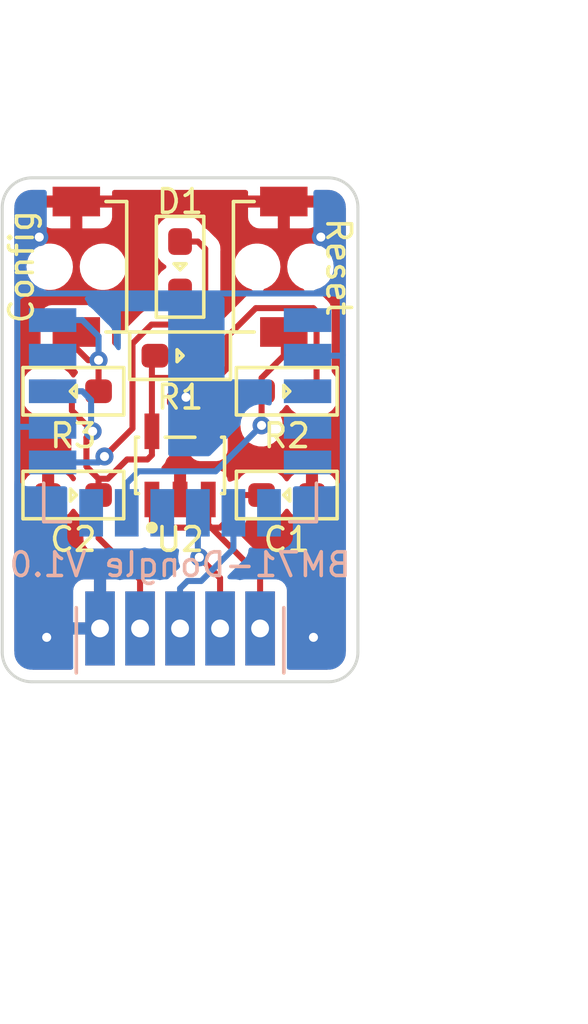
<source format=kicad_pcb>
(kicad_pcb (version 20211014) (generator pcbnew)
  (title_block (title "BM71-Dongle") (date "2022-11-08") (rev "V1.0") (company "https://github.com/KimiakiK"))
  (layers (0 "F.Cu" signal) (31 "B.Cu" signal) (34 "B.Paste" user) (35 "F.Paste" user) (36 "B.SilkS" user "B.Silkscreen") (37 "F.SilkS" user "F.Silkscreen") (38 "B.Mask" user) (39 "F.Mask" user) (44 "Edge.Cuts" user))
  (net 0 "")
  (net 1 "+5V")
  (net 2 "GND")
  (net 3 "+3.3V")
  (net 4 "LED")
  (net 5 "Net-(D1-Pad2)")
  (net 6 "BM71_TXD")
  (net 7 "BM71_RXD")
  (net 8 "RESET")
  (net 9 "CONFIG")
  (footprint "BM71-Dongle:SW_TVAF06" (layer "F.Cu") (at -3.5 -14 180)
    (fp_text reference "SW2" hide)
    (fp_text value "SW")
    (fp_line (start -1 2.2) (end -1.7 2.2) (layer "F.SilkS") (width 0.12))
    (fp_line (start -1.7 2.2) (end -1.7 -2.2) (layer "F.SilkS") (width 0.12))
    (fp_line (start -1.7 -2.2) (end -1 -2.2) (layer "F.SilkS") (width 0.12))
    (pad "" np_thru_hole circle (at 0.9 0 180) (size 0.75 0.75) (drill 0.75) (layers *.Cu *.Mask))
    (pad "" np_thru_hole circle (at -0.9 0 180) (size 0.75 0.75) (drill 0.75) (layers *.Cu *.Mask))
    (pad "1" smd rect (at 0 -2.2 180) (size 1.6 1) (layers "F.Cu" "F.Paste" "F.Mask") (net 9 "CONFIG"))
    (pad "2" smd rect (at 0 2.2 180) (size 1.6 1) (layers "F.Cu" "F.Paste" "F.Mask") (net 2 "GND"))
  )
  (footprint "BM71-Dongle:SOT-23-5" (layer "F.Cu") (at 0 -7.3 90)
    (fp_text reference "U2" (at -2.5 0 180) (layer "F.SilkS") (effects (font (size 0.8 0.8) (thickness 0.12))))
    (fp_text value "NJM12877F33")
    (fp_line (start 0.95 -0.5) (end 0.95 0.5) (layer "F.SilkS") (width 0.12))
    (fp_line (start -0.95 1.5) (end 0.95 1.5) (layer "F.SilkS") (width 0.12))
    (fp_line (start 0.95 -1.4) (end 0.95 -1.5) (layer "F.SilkS") (width 0.12))
    (fp_line (start -0.95 -1.5) (end -0.95 -1.4) (layer "F.SilkS") (width 0.12))
    (fp_line (start 0.95 1.5) (end 0.95 1.4) (layer "F.SilkS") (width 0.12))
    (fp_line (start -0.95 1.4) (end -0.95 1.5) (layer "F.SilkS") (width 0.12))
    (fp_line (start 0.95 -1.5) (end -0.95 -1.5) (layer "F.SilkS") (width 0.12))
    (fp_circle (center -2.1 -0.95) (end -2 -0.95) (layer "F.SilkS") (width 0.2) (fill none))
    (pad "1" smd rect (at -1.15 -0.95 90) (size 1.2 0.5) (layers "F.Cu" "F.Paste" "F.Mask") (net 1 "+5V"))
    (pad "2" smd rect (at -1.15 0 90) (size 1.2 0.5) (layers "F.Cu" "F.Paste" "F.Mask") (net 2 "GND"))
    (pad "3" smd rect (at -1.15 0.95 90) (size 1.2 0.5) (layers "F.Cu" "F.Paste" "F.Mask") (net 1 "+5V"))
    (pad "4" smd rect (at 1.15 0.95 90) (size 1.2 0.5) (layers "F.Cu" "F.Paste" "F.Mask"))
    (pad "5" smd rect (at 1.15 -0.95 90) (size 1.2 0.5) (layers "F.Cu" "F.Paste" "F.Mask") (net 3 "+3.3V"))
  )
  (footprint "BM71-Dongle:1608Metric" (layer "F.Cu") (at 3.6 -6.3)
    (fp_text reference "C1" (at 0 1.5) (layer "F.SilkS") (effects (font (size 0.8 0.8) (thickness 0.12))))
    (fp_text value "1uF")
    (fp_line (start -1.7 0.8) (end 1.7 0.8) (layer "F.SilkS") (width 0.12))
    (fp_line (start 0.1 -0.2) (end 0.1 0.2) (layer "F.SilkS") (width 0.12))
    (fp_line (start -1.7 -0.8) (end 1.7 -0.8) (layer "F.SilkS") (width 0.12))
    (fp_line (start 0.1 0.2) (end -0.1 0) (layer "F.SilkS") (width 0.12))
    (fp_line (start 1.7 -0.8) (end 1.7 0.8) (layer "F.SilkS") (width 0.12))
    (fp_line (start -0.1 0) (end 0.1 -0.2) (layer "F.SilkS") (width 0.12))
    (fp_line (start -1.7 -0.8) (end -1.7 0.8) (layer "F.SilkS") (width 0.12))
    (pad "1" smd roundrect (at -0.85 0) (size 0.9 0.8) (layers "F.Cu" "F.Paste" "F.Mask") (net 1 "+5V"))
    (pad "2" smd roundrect (at 0.85 0) (size 0.9 0.8) (layers "F.Cu" "F.Paste" "F.Mask") (net 2 "GND"))
  )
  (footprint "BM71-Dongle:1608Metric" (layer "F.Cu") (at 3.6 -9.8 180)
    (fp_text reference "R2" (at 0 -1.5) (layer "F.SilkS") (effects (font (size 0.8 0.8) (thickness 0.12))))
    (fp_text value "4k7")
    (fp_line (start 1.7 -0.8) (end 1.7 0.8) (layer "F.SilkS") (width 0.12))
    (fp_line (start -1.7 -0.8) (end 1.7 -0.8) (layer "F.SilkS") (width 0.12))
    (fp_line (start 0.1 -0.2) (end 0.1 0.2) (layer "F.SilkS") (width 0.12))
    (fp_line (start -1.7 0.8) (end 1.7 0.8) (layer "F.SilkS") (width 0.12))
    (fp_line (start -0.1 0) (end 0.1 -0.2) (layer "F.SilkS") (width 0.12))
    (fp_line (start -1.7 -0.8) (end -1.7 0.8) (layer "F.SilkS") (width 0.12))
    (fp_line (start 0.1 0.2) (end -0.1 0) (layer "F.SilkS") (width 0.12))
    (pad "1" smd roundrect (at -0.85 0 180) (size 0.9 0.8) (layers "F.Cu" "F.Paste" "F.Mask") (net 3 "+3.3V"))
    (pad "2" smd roundrect (at 0.85 0 180) (size 0.9 0.8) (layers "F.Cu" "F.Paste" "F.Mask") (net 8 "RESET"))
  )
  (footprint "BM71-Dongle:1608Metric" (layer "F.Cu") (at -3.6 -9.8)
    (fp_text reference "R3" (at 0 1.5) (layer "F.SilkS") (effects (font (size 0.8 0.8) (thickness 0.12))))
    (fp_text value "4k7")
    (fp_line (start 1.7 -0.8) (end 1.7 0.8) (layer "F.SilkS") (width 0.12))
    (fp_line (start 0.1 -0.2) (end 0.1 0.2) (layer "F.SilkS") (width 0.12))
    (fp_line (start -0.1 0) (end 0.1 -0.2) (layer "F.SilkS") (width 0.12))
    (fp_line (start 0.1 0.2) (end -0.1 0) (layer "F.SilkS") (width 0.12))
    (fp_line (start -1.7 -0.8) (end 1.7 -0.8) (layer "F.SilkS") (width 0.12))
    (fp_line (start -1.7 0.8) (end 1.7 0.8) (layer "F.SilkS") (width 0.12))
    (fp_line (start -1.7 -0.8) (end -1.7 0.8) (layer "F.SilkS") (width 0.12))
    (pad "1" smd roundrect (at -0.85 0) (size 0.9 0.8) (layers "F.Cu" "F.Paste" "F.Mask") (net 3 "+3.3V"))
    (pad "2" smd roundrect (at 0.85 0) (size 0.9 0.8) (layers "F.Cu" "F.Paste" "F.Mask") (net 9 "CONFIG"))
  )
  (footprint "BM71-Dongle:USB MicroB Male" (layer "F.Cu") (at 0 0 180)
    (fp_text reference "J1" hide)
    (fp_text value "USB_B_Micro")
    (fp_line (start -3.5 2.5) (end -3.5 0.3) (layer "B.SilkS") (width 0.12))
    (fp_line (start 3.5 2.5) (end 3.5 0.3) (layer "B.SilkS") (width 0.12))
    (fp_line (start 3.5 2.5) (end 3.5 0.3) (layer "F.SilkS") (width 0.12))
    (fp_line (start -3.5 2.5) (end -3.5 0.3) (layer "F.SilkS") (width 0.12))
    (pad "1" thru_hole rect (at -2.7 1.8 180) (size 1 2.5) (drill 0.6) (layers *.Cu *.Mask) (net 1 "+5V"))
    (pad "2" thru_hole rect (at -1.35 1.8 180) (size 1 2.5) (drill 0.6) (layers *.Cu *.Mask) (net 6 "BM71_TXD"))
    (pad "3" thru_hole rect (at 0 1.8 180) (size 1 2.5) (drill 0.6) (layers *.Cu *.Mask) (net 7 "BM71_RXD"))
    (pad "4" thru_hole rect (at 1.35 1.8 180) (size 1 2.5) (drill 0.6) (layers *.Cu *.Mask) (net 3 "+3.3V"))
    (pad "5" thru_hole rect (at 2.7 1.8 180) (size 1 2.5) (drill 0.6) (layers *.Cu *.Mask) (net 2 "GND"))
  )
  (footprint "BM71-Dongle:1608Metric" (layer "F.Cu") (at 0 -14 90)
    (fp_text reference "D1" (at 2.2 0 180) (layer "F.SilkS") (effects (font (size 0.8 0.8) (thickness 0.12))))
    (fp_text value "LED")
    (fp_line (start -1.7 -0.8) (end -1.7 0.8) (layer "F.SilkS") (width 0.12))
    (fp_line (start -1.7 0.8) (end 1.7 0.8) (layer "F.SilkS") (width 0.12))
    (fp_line (start -0.1 0) (end 0.1 -0.2) (layer "F.SilkS") (width 0.12))
    (fp_line (start 0.1 0.2) (end -0.1 0) (layer "F.SilkS") (width 0.12))
    (fp_line (start -1.7 -0.8) (end 1.7 -0.8) (layer "F.SilkS") (width 0.12))
    (fp_line (start 0.1 -0.2) (end 0.1 0.2) (layer "F.SilkS") (width 0.12))
    (fp_line (start 1.7 -0.8) (end 1.7 0.8) (layer "F.SilkS") (width 0.12))
    (pad "1" smd roundrect (at -0.85 0 90) (size 0.9 0.8) (layers "F.Cu" "F.Paste" "F.Mask") (net 4 "LED"))
    (pad "2" smd roundrect (at 0.85 0 90) (size 0.9 0.8) (layers "F.Cu" "F.Paste" "F.Mask") (net 5 "Net-(D1-Pad2)"))
  )
  (footprint "BM71-Dongle:1608Metric" (layer "F.Cu") (at -3.6 -6.3 180)
    (fp_text reference "C2" (at 0 -1.5) (layer "F.SilkS") (effects (font (size 0.8 0.8) (thickness 0.12))))
    (fp_text value "1uF")
    (fp_line (start -1.7 -0.8) (end -1.7 0.8) (layer "F.SilkS") (width 0.12))
    (fp_line (start -0.1 0) (end 0.1 -0.2) (layer "F.SilkS") (width 0.12))
    (fp_line (start 0.1 -0.2) (end 0.1 0.2) (layer "F.SilkS") (width 0.12))
    (fp_line (start 1.7 -0.8) (end 1.7 0.8) (layer "F.SilkS") (width 0.12))
    (fp_line (start 0.1 0.2) (end -0.1 0) (layer "F.SilkS") (width 0.12))
    (fp_line (start -1.7 0.8) (end 1.7 0.8) (layer "F.SilkS") (width 0.12))
    (fp_line (start -1.7 -0.8) (end 1.7 -0.8) (layer "F.SilkS") (width 0.12))
    (pad "1" smd roundrect (at -0.85 0 180) (size 0.9 0.8) (layers "F.Cu" "F.Paste" "F.Mask") (net 3 "+3.3V"))
    (pad "2" smd roundrect (at 0.85 0 180) (size 0.9 0.8) (layers "F.Cu" "F.Paste" "F.Mask") (net 2 "GND"))
  )
  (footprint "BM71-Dongle:1608Metric" (layer "F.Cu") (at 0 -11 180)
    (fp_text reference "R1" (at 0 -1.4) (layer "F.SilkS") (effects (font (size 0.8 0.8) (thickness 0.12))))
    (fp_text value "R")
    (fp_line (start 0.1 -0.2) (end 0.1 0.2) (layer "F.SilkS") (width 0.12))
    (fp_line (start -1.7 -0.8) (end 1.7 -0.8) (layer "F.SilkS") (width 0.12))
    (fp_line (start -1.7 0.8) (end 1.7 0.8) (layer "F.SilkS") (width 0.12))
    (fp_line (start -0.1 0) (end 0.1 -0.2) (layer "F.SilkS") (width 0.12))
    (fp_line (start -1.7 -0.8) (end -1.7 0.8) (layer "F.SilkS") (width 0.12))
    (fp_line (start 0.1 0.2) (end -0.1 0) (layer "F.SilkS") (width 0.12))
    (fp_line (start 1.7 -0.8) (end 1.7 0.8) (layer "F.SilkS") (width 0.12))
    (pad "1" smd roundrect (at -0.85 0 180) (size 0.9 0.8) (layers "F.Cu" "F.Paste" "F.Mask") (net 5 "Net-(D1-Pad2)"))
    (pad "2" smd roundrect (at 0.85 0 180) (size 0.9 0.8) (layers "F.Cu" "F.Paste" "F.Mask") (net 3 "+3.3V"))
  )
  (footprint "BM71-Dongle:SW_TVAF06" (layer "F.Cu") (at 3.5 -14 180)
    (fp_text reference "SW1" hide)
    (fp_text value "SW")
    (fp_line (start 1.7 2.2) (end 1 2.2) (layer "F.SilkS") (width 0.12))
    (fp_line (start 1 -2.2) (end 1.7 -2.2) (layer "F.SilkS") (width 0.12))
    (fp_line (start 1.7 -2.2) (end 1.7 2.2) (layer "F.SilkS") (width 0.12))
    (pad "" np_thru_hole circle (at 0.9 0 180) (size 0.75 0.75) (drill 0.75) (layers *.Cu *.Mask))
    (pad "" np_thru_hole circle (at -0.9 0 180) (size 0.75 0.75) (drill 0.75) (layers *.Cu *.Mask))
    (pad "1" smd rect (at 0 -2.2 180) (size 1.6 1) (layers "F.Cu" "F.Paste" "F.Mask") (net 8 "RESET"))
    (pad "2" smd rect (at 0 2.2 180) (size 1.6 1) (layers "F.Cu" "F.Paste" "F.Mask") (net 2 "GND"))
  )
  (footprint "BM71-Dongle:BM71" (layer "B.Cu") (at 0 -17 180)
    (fp_text reference "U1" hide)
    (fp_text value "BM71")
    (fp_line (start -4.6 -11.6) (end -3.7 -11.6) (layer "B.SilkS") (width 0.12))
    (fp_line (start -4.6 -10.3) (end -4.6 -11.6) (layer "B.SilkS") (width 0.12))
    (fp_line (start 4.6 -11.6) (end 3.7 -11.6) (layer "B.SilkS") (width 0.12))
    (fp_line (start 4.6 -10.3) (end 4.6 -11.6) (layer "B.SilkS") (width 0.12))
    (pad "1" smd rect (at -4.3 -4.8 180) (size 1.6 0.8) (layers "B.Cu" "B.Paste" "B.Mask"))
    (pad "2" smd rect (at -4.3 -6 180) (size 1.6 0.8) (layers "B.Cu" "B.Paste" "B.Mask") (net 2 "GND"))
    (pad "3" smd rect (at -4.3 -7.2 180) (size 1.6 0.8) (layers "B.Cu" "B.Paste" "B.Mask"))
    (pad "4" smd rect (at -4.3 -8.4 180) (size 1.6 0.8) (layers "B.Cu" "B.Paste" "B.Mask"))
    (pad "5" smd rect (at -4.3 -9.6 180) (size 1.6 0.8) (layers "B.Cu" "B.Paste" "B.Mask"))
    (pad "6" smd rect (at -3 -11.3 180) (size 0.8 1.6) (layers "B.Cu" "B.Paste" "B.Mask"))
    (pad "7" smd rect (at -1.8 -11.3 180) (size 0.8 1.6) (layers "B.Cu" "B.Paste" "B.Mask") (net 7 "BM71_RXD"))
    (pad "8" smd rect (at -0.6 -11.3 180) (size 0.8 1.6) (layers "B.Cu" "B.Paste" "B.Mask") (net 6 "BM71_TXD"))
    (pad "9" smd rect (at 0.6 -11.3 180) (size 0.8 1.6) (layers "B.Cu" "B.Paste" "B.Mask"))
    (pad "10" smd rect (at 1.8 -11.3 180) (size 0.8 1.6) (layers "B.Cu" "B.Paste" "B.Mask") (net 8 "RESET"))
    (pad "11" smd rect (at 3 -11.3 180) (size 0.8 1.6) (layers "B.Cu" "B.Paste" "B.Mask"))
    (pad "12" smd rect (at 4.3 -9.6 180) (size 1.6 0.8) (layers "B.Cu" "B.Paste" "B.Mask") (net 4 "LED"))
    (pad "13" smd rect (at 4.3 -8.4 180) (size 1.6 0.8) (layers "B.Cu" "B.Paste" "B.Mask") (net 2 "GND"))
    (pad "14" smd rect (at 4.3 -7.2 180) (size 1.6 0.8) (layers "B.Cu" "B.Paste" "B.Mask") (net 3 "+3.3V"))
    (pad "15" smd rect (at 4.3 -6 180) (size 1.6 0.8) (layers "B.Cu" "B.Paste" "B.Mask"))
    (pad "16" smd rect (at 4.3 -4.8 180) (size 1.6 0.8) (layers "B.Cu" "B.Paste" "B.Mask") (net 9 "CONFIG"))
    (zone (net 0) (net_name "") (layer "B.Cu") (connect_pads (clearance 0)) (min_thickness 0.254)
      (keepout (tracks not_allowed) (vias not_allowed) (pads not_allowed) (copperpour not_allowed) (footprints allowed))
      (fill (thermal_gap 0.508) (thermal_bridge_width 0.508))
      (polygon (pts (xy -2 -7.3) (xy -0.4 -7.3) (xy -0.4 -12.5) (xy -2 -12.5)))
    )
    (zone (net 0) (net_name "") (layer "B.Cu") (connect_pads (clearance 0)) (min_thickness 0.254)
      (keepout (tracks not_allowed) (vias not_allowed) (pads not_allowed) (copperpour not_allowed) (footprints allowed))
      (fill (thermal_gap 0.508) (thermal_bridge_width 0.508))
      (polygon (pts (xy -2.9 -9.2) (xy -2 -9.2) (xy -2 -10.2) (xy -2.9 -10.2)))
    )
    (zone (net 0) (net_name "") (layer "B.Cu") (connect_pads (clearance 0)) (min_thickness 0.254)
      (keepout (tracks not_allowed) (vias not_allowed) (pads not_allowed) (copperpour not_allowed) (footprints allowed))
      (fill (thermal_gap 0.508) (thermal_bridge_width 0.508))
      (polygon (pts (xy 1.5 -10.2) (xy 3.5 -10.2) (xy 3.5 -13) (xy 1.5 -13)))
    )
    (zone (net 0) (net_name "") (layer "B.Cu") (connect_pads (clearance 0)) (min_thickness 0.254)
      (keepout (tracks allowed) (vias allowed) (pads allowed) (copperpour not_allowed) (footprints allowed))
      (fill (thermal_gap 0.508) (thermal_bridge_width 0.508))
      (polygon (pts (xy -4.5 -13) (xy 4.5 -13) (xy 4.5 -17) (xy -4.5 -17)))
    )
  )
  (gr_arc (start 6 -1) (mid 5.707107 -0.292893) (end 5 0) (layer "Edge.Cuts") (width 0.1))
  (gr_arc (start -6 -16) (mid -5.707107 -16.707107) (end -5 -17) (layer "Edge.Cuts") (width 0.1))
  (gr_line (start -5 -17) (end 5 -17) (layer "Edge.Cuts") (width 0.1))
  (gr_arc (start 5 -17) (mid 5.707107 -16.707107) (end 6 -16) (layer "Edge.Cuts") (width 0.1))
  (gr_line (start 5 0) (end -5 0) (layer "Edge.Cuts") (width 0.1))
  (gr_line (start 6 -16) (end 6 -1) (layer "Edge.Cuts") (width 0.1))
  (gr_arc (start -5 0) (mid -5.707107 -0.292893) (end -6 -1) (layer "Edge.Cuts") (width 0.1))
  (gr_line (start -6 -1) (end -6 -16) (layer "Edge.Cuts") (width 0.1))
  (gr_text "BM71-Dongle V1.0" (at 0 -3.95) (layer "B.SilkS") (effects (font (size 0.8 0.8) (thickness 0.12)) (justify mirror)))
  (gr_text "Reset" (at 5.35 -14 -90) (layer "F.SilkS") (effects (font (size 0.8 0.8) (thickness 0.12))))
  (gr_text "Config" (at -5.35 -14 90) (layer "F.SilkS") (effects (font (size 0.8 0.8) (thickness 0.12))))
  (segment (start 1.95 -6.3) (end 2.75 -6.3) (width 0.2032) (layer "F.Cu") (net 1))
  (segment (start 0.85 -5.2) (end 1.35 -5.2) (width 0.2032) (layer "F.Cu") (net 1))
  (segment (start 1.75 -6.1) (end 1.95 -6.3) (width 0.2032) (layer "F.Cu") (net 1))
  (segment (start 2.7 -1.8) (end 2.7 -3.55) (width 0.2032) (layer "F.Cu") (net 1))
  (segment (start -0.95 -6.15) (end -0.95 -5.3) (width 0.2032) (layer "F.Cu") (net 1))
  (segment (start 0.95 -6.15) (end 0.95 -5.3) (width 0.2032) (layer "F.Cu") (net 1))
  (segment (start 1.35 -5.2) (end 1.75 -5.6) (width 0.2032) (layer "F.Cu") (net 1))
  (segment (start -0.95 -5.3) (end -0.85 -5.2) (width 0.2032) (layer "F.Cu") (net 1))
  (segment (start 0.95 -5.3) (end 0.85 -5.2) (width 0.2032) (layer "F.Cu") (net 1))
  (segment (start 0.85 -5.2) (end -0.85 -5.2) (width 0.2032) (layer "F.Cu") (net 1))
  (segment (start 1.75 -5.6) (end 1.75 -6.1) (width 0.2032) (layer "F.Cu") (net 1))
  (segment (start 2.7 -3.55) (end 0.95 -5.3) (width 0.2032) (layer "F.Cu") (net 1))
  (segment (start 0 -9.4) (end 0.2 -9.6) (width 0.2032) (layer "F.Cu") (net 2))
  (segment (start 0 -6.15) (end 0 -9.4) (width 0.2032) (layer "F.Cu") (net 2))
  (via (at -4.75 -15) (size 0.6096) (drill 0.3048) (layers "F.Cu" "B.Cu") (net 2))
  (via (at 4.75 -15) (size 0.6096) (drill 0.3048) (layers "F.Cu" "B.Cu") (net 2))
  (via (at -4.5 -1.5) (size 0.6096) (drill 0.3048) (layers "F.Cu" "B.Cu") (net 2))
  (via (at 0.2 -9.6) (size 0.6096) (drill 0.3048) (layers "F.Cu" "B.Cu") (net 2))
  (via (at 4.5 -1.5) (size 0.6096) (drill 0.3048) (layers "F.Cu" "B.Cu") (net 2))
  (segment (start 5.49 -2.49) (end 4.5 -1.5) (width 0.2032) (layer "B.Cu") (net 2))
  (segment (start -4.3 -8.6) (end -5.49 -8.6) (width 0.2032) (layer "B.Cu") (net 2))
  (segment (start -5.49 -8.6) (end -5.49 -2.49) (width 0.2032) (layer "B.Cu") (net 2))
  (segment (start 5.16 -15) (end 5.49 -14.67) (width 0.2032) (layer "B.Cu") (net 2))
  (segment (start -5.18 -15) (end -5.49 -14.69) (width 0.2032) (layer "B.Cu") (net 2))
  (segment (start 5.49 -14.67) (end 5.49 -13.09) (width 0.2032) (layer "B.Cu") (net 2))
  (segment (start 5.46 -13.12) (end 5.49 -13.09) (width 0.2032) (layer "B.Cu") (net 2))
  (segment (start 5.49 -13.09) (end 5.49 -11.02) (width 0.2032) (layer "B.Cu") (net 2))
  (segment (start 4.3 -11) (end 5.47 -11) (width 0.2032) (layer "B.Cu") (net 2))
  (segment (start -5.49 -13.1) (end 5.46 -13.1) (width 0.2032) (layer "B.Cu") (net 2))
  (segment (start 4.75 -15) (end 5.16 -15) (width 0.2032) (layer "B.Cu") (net 2))
  (segment (start 5.49 -11.02) (end 5.49 -2.49) (width 0.2032) (layer "B.Cu") (net 2))
  (segment (start -5.49 -13.12) (end -5.49 -8.6) (width 0.2032) (layer "B.Cu") (net 2))
  (segment (start -5.49 -14.69) (end -5.49 -13.12) (width 0.2032) (layer "B.Cu") (net 2))
  (segment (start -5.49 -2.49) (end -4.5 -1.5) (width 0.2032) (layer "B.Cu") (net 2))
  (segment (start -4.75 -15) (end -5.18 -15) (width 0.2032) (layer "B.Cu") (net 2))
  (segment (start 5.47 -11) (end 5.49 -11.02) (width 0.2032) (layer "B.Cu") (net 2))
  (segment (start -4.45 -9.8) (end -3.85 -9.8) (width 0.2032) (layer "F.Cu") (net 3))
  (segment (start 1.6048 -10.590905) (end 1.263895 -10.25) (width 0.2032) (layer "F.Cu") (net 3))
  (segment (start 4.45 -9.8) (end 4.6048 -9.9548) (width 0.2032) (layer "F.Cu") (net 3))
  (segment (start -1.1 -7.5) (end -0.95 -7.65) (width 0.2032) (layer "F.Cu") (net 3))
  (segment (start -3.65 -9.15) (end -2.95 -8.45) (width 0.2032) (layer "F.Cu") (net 3))
  (segment (start 4.6048 -12.4952) (end 4.4952 -12.6048) (width 0.2032) (layer "F.Cu") (net 3))
  (segment (start -0.95 -7.65) (end -0.95 -8.45) (width 0.2032) (layer "F.Cu") (net 3))
  (segment (start -3.65 -9.6) (end -3.65 -9.15) (width 0.2032) (layer "F.Cu") (net 3))
  (segment (start -0.95 -8.45) (end -0.95 -10.25) (width 0.2032) (layer "F.Cu") (net 3))
  (segment (start -2.75 -6.85) (end -3.1596 -7.2596) (width 0.2032) (layer "F.Cu") (net 3))
  (segment (start -1.35 -3.45) (end -1.35 -1.8) (width 0.2032) (layer "F.Cu") (net 3))
  (segment (start 4.6048 -9.9548) (end 4.6048 -12.4952) (width 0.2032) (layer "F.Cu") (net 3))
  (segment (start 1.6048 -11.6548) (end 1.6048 -10.590905) (width 0.2032) (layer "F.Cu") (net 3))
  (segment (start -2.75 -6.3) (end -2.75 -4.85) (width 0.2032) (layer "F.Cu") (net 3))
  (segment (start -3.1596 -8.2404) (end -2.95 -8.45) (width 0.2032) (layer "F.Cu") (net 3))
  (segment (start -2.75 -6.85) (end -2.437895 -6.85) (width 0.2032) (layer "F.Cu") (net 3))
  (segment (start 2.5548 -12.6048) (end 1.6048 -11.6548) (width 0.2032) (layer "F.Cu") (net 3))
  (segment (start -0.95 -10.9) (end -0.85 -11) (width 0.2032) (layer "F.Cu") (net 3))
  (segment (start -3.1596 -7.2596) (end -3.1596 -8.2404) (width 0.2032) (layer "F.Cu") (net 3))
  (segment (start -0.85 -10.8) (end -0.95 -10.7) (width 0.2032) (layer "F.Cu") (net 3))
  (segment (start -2.437895 -6.85) (end -1.787895 -7.5) (width 0.2032) (layer "F.Cu") (net 3))
  (segment (start -0.95 -10.25) (end -0.95 -10.9) (width 0.2032) (layer "F.Cu") (net 3))
  (segment (start 4.4952 -12.6048) (end 2.5548 -12.6048) (width 0.2032) (layer "F.Cu") (net 3))
  (segment (start 1.263895 -10.25) (end -0.95 -10.25) (width 0.2032) (layer "F.Cu") (net 3))
  (segment (start -3.85 -9.8) (end -3.65 -9.6) (width 0.2032) (layer "F.Cu") (net 3))
  (segment (start -2.75 -6.3) (end -2.75 -6.85) (width 0.2032) (layer "F.Cu") (net 3))
  (segment (start -2.75 -4.85) (end -1.35 -3.45) (width 0.2032) (layer "F.Cu") (net 3))
  (segment (start -1.787895 -7.5) (end -1.1 -7.5) (width 0.2032) (layer "F.Cu") (net 3))
  (via (at -2.95 -8.45) (size 0.6096) (drill 0.3048) (layers "F.Cu" "B.Cu") (net 3))
  (segment (start -3.0016 -8.5016) (end -3.0016 -9.5048) (width 0.2032) (layer "B.Cu") (net 3))
  (segment (start -2.95 -8.45) (end -3.0016 -8.5016) (width 0.2032) (layer "B.Cu") (net 3))
  (segment (start -3.2968 -9.8) (end -4.3 -9.8) (width 0.2032) (layer "B.Cu") (net 3))
  (segment (start -3.0016 -9.5048) (end -3.2968 -9.8) (width 0.2032) (layer "B.Cu") (net 3))
  (segment (start 0 -12.3) (end 0 -13.15) (width 0.2032) (layer "F.Cu") (net 4))
  (segment (start -2.55 -7.6) (end -1.6048 -8.5452) (width 0.2032) (layer "F.Cu") (net 4))
  (segment (start -0.25 -12.05) (end 0 -12.3) (width 0.2032) (layer "F.Cu") (net 4))
  (segment (start -0.963895 -12.05) (end -0.25 -12.05) (width 0.2032) (layer "F.Cu") (net 4))
  (segment (start -1.6048 -11.409095) (end -0.963895 -12.05) (width 0.2032) (layer "F.Cu") (net 4))
  (segment (start -1.6048 -8.5452) (end -1.6048 -11.409095) (width 0.2032) (layer "F.Cu") (net 4))
  (via (at -2.55 -7.6) (size 0.6096) (drill 0.3048) (layers "F.Cu" "B.Cu") (net 4))
  (segment (start -4.3 -7.4) (end -2.75 -7.4) (width 0.2032) (layer "B.Cu") (net 4))
  (segment (start -2.75 -7.4) (end -2.55 -7.6) (width 0.2032) (layer "B.Cu") (net 4))
  (segment (start 0.6 -14.85) (end 0 -14.85) (width 0.2032) (layer "F.Cu") (net 5))
  (segment (start 0.85 -14.6) (end 0.85 -11) (width 0.2032) (layer "F.Cu") (net 5))
  (segment (start 0.85 -14.6) (end 0.6 -14.85) (width 0.2032) (layer "F.Cu") (net 5))
  (segment (start 1.35 -3.5) (end 1.35 -1.8) (width 0.2032) (layer "F.Cu") (net 6))
  (segment (start 0.65 -4.2) (end 1.35 -3.5) (width 0.2032) (layer "F.Cu") (net 6))
  (via (at 0.65 -4.2) (size 0.6096) (drill 0.3048) (layers "F.Cu" "B.Cu") (net 6))
  (segment (start 0.6 -5.7) (end 0.6 -4.25) (width 0.2032) (layer "B.Cu") (net 6))
  (segment (start 0.6 -4.25) (end 0.65 -4.2) (width 0.2032) (layer "B.Cu") (net 6))
  (segment (start 0.712105 -3.4) (end 0.25 -3.4) (width 0.2032) (layer "B.Cu") (net 7))
  (segment (start 1.8 -4.487895) (end 0.712105 -3.4) (width 0.2032) (layer "B.Cu") (net 7))
  (segment (start 0.25 -3.4) (end 0 -3.15) (width 0.2032) (layer "B.Cu") (net 7))
  (segment (start 0 -3.15) (end 0 -1.8) (width 0.2032) (layer "B.Cu") (net 7))
  (segment (start 1.8 -5.7) (end 1.8 -4.487895) (width 0.2032) (layer "B.Cu") (net 7))
  (segment (start 3.5 -11) (end 3.5 -11.8) (width 0.2032) (layer "F.Cu") (net 8))
  (segment (start 2.75 -9.8) (end 2.75 -10.25) (width 0.2032) (layer "F.Cu") (net 8))
  (segment (start 2.75 -9.8) (end 2.75 -8.65) (width 0.2032) (layer "F.Cu") (net 8))
  (segment (start 2.75 -10.25) (end 3.5 -11) (width 0.2032) (layer "F.Cu") (net 8))
  (via (at 2.75 -8.65) (size 0.6096) (drill 0.3048) (layers "F.Cu" "B.Cu") (net 8))
  (segment (start -1.8 -6.7) (end -1.8 -5.7) (width 0.2032) (layer "B.Cu") (net 8))
  (segment (start 2.75 -8.65) (end 1.2 -7.1) (width 0.2032) (layer "B.Cu") (net 8))
  (segment (start -1.4 -7.1) (end -1.8 -6.7) (width 0.2032) (layer "B.Cu") (net 8))
  (segment (start 1.2 -7.1) (end -1.4 -7.1) (width 0.2032) (layer "B.Cu") (net 8))
  (segment (start -3.5 -11.25) (end -3.1 -10.85) (width 0.2032) (layer "F.Cu") (net 9))
  (segment (start -3.1 -10.85) (end -2.75 -10.85) (width 0.2032) (layer "F.Cu") (net 9))
  (segment (start -2.75 -9.8) (end -2.75 -10.85) (width 0.2032) (layer "F.Cu") (net 9))
  (segment (start -3.5 -11.8) (end -3.5 -11.25) (width 0.2032) (layer "F.Cu") (net 9))
  (via (at -2.75 -10.85) (size 0.6096) (drill 0.3048) (layers "F.Cu" "B.Cu") (net 9))
  (segment (start -2.75 -10.85) (end -2.75 -11.6532) (width 0.2032) (layer "B.Cu") (net 9))
  (segment (start -3.2968 -12.2) (end -4.3 -12.2) (width 0.2032) (layer "B.Cu") (net 9))
  (segment (start -2.75 -11.6532) (end -3.2968 -12.2) (width 0.2032) (layer "B.Cu") (net 9))
  (zone (net 2) (net_name "GND") (layers F&B.Cu) (connect_pads (clearance 0.4064)) (min_thickness 0.1524) (fill yes (thermal_gap 0.4064) (thermal_bridge_width 0.4064))
    (polygon (pts (xy 6 0) (xy -6 0) (xy -6 -17) (xy 6 -17)))
  )
  (zone (net 2) (net_name "GND") (layer "B.Cu") (connect_pads (clearance 0.4064)) (min_thickness 0.2032) (fill yes (thermal_gap 0.4064) (thermal_bridge_width 0.4064))
    (polygon (pts (xy 6 0) (xy -6 0) (xy -6 -17) (xy 6 -17)))
  )
)
</source>
